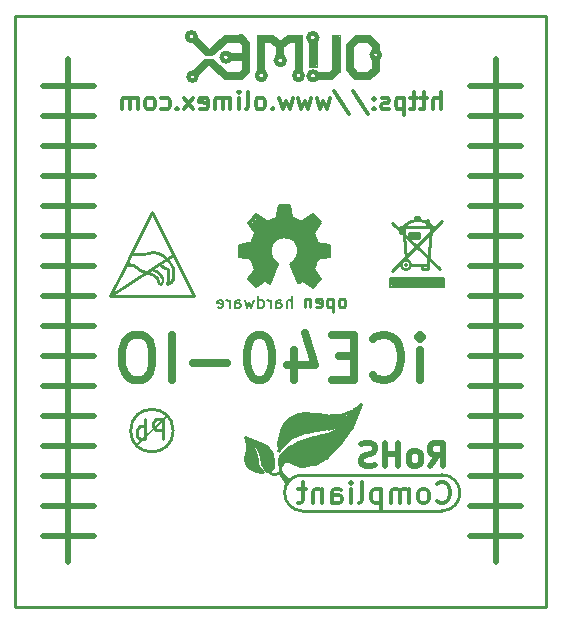
<source format=gbr>
G04 #@! TF.FileFunction,Legend,Bot*
%FSLAX46Y46*%
G04 Gerber Fmt 4.6, Leading zero omitted, Abs format (unit mm)*
G04 Created by KiCad (PCBNEW 4.0.1-3.201512221401+6198~38~ubuntu15.10.1-stable) date Thu 31 Mar 2016 02:37:57 PM EEST*
%MOMM*%
G01*
G04 APERTURE LIST*
%ADD10C,0.100000*%
%ADD11C,0.635000*%
%ADD12C,0.508000*%
%ADD13C,0.300000*%
%ADD14C,0.254000*%
%ADD15C,1.000000*%
%ADD16C,0.150000*%
%ADD17C,0.370000*%
%ADD18C,0.380000*%
%ADD19C,0.400000*%
%ADD20C,0.420000*%
%ADD21C,0.700000*%
%ADD22C,0.500000*%
%ADD23C,0.200000*%
%ADD24C,0.127000*%
%ADD25C,0.180000*%
%ADD26C,0.350000*%
G04 APERTURE END LIST*
D10*
D11*
X159330571Y-100783571D02*
X159330571Y-98243571D01*
X159330571Y-96973571D02*
X159512000Y-97155000D01*
X159330571Y-97336429D01*
X159149143Y-97155000D01*
X159330571Y-96973571D01*
X159330571Y-97336429D01*
X155339142Y-100420714D02*
X155520571Y-100602143D01*
X156064857Y-100783571D01*
X156427714Y-100783571D01*
X156971999Y-100602143D01*
X157334857Y-100239286D01*
X157516285Y-99876429D01*
X157697714Y-99150714D01*
X157697714Y-98606429D01*
X157516285Y-97880714D01*
X157334857Y-97517857D01*
X156971999Y-97155000D01*
X156427714Y-96973571D01*
X156064857Y-96973571D01*
X155520571Y-97155000D01*
X155339142Y-97336429D01*
X153706285Y-98787857D02*
X152436285Y-98787857D01*
X151891999Y-100783571D02*
X153706285Y-100783571D01*
X153706285Y-96973571D01*
X151891999Y-96973571D01*
X148626285Y-98243571D02*
X148626285Y-100783571D01*
X149533428Y-96792143D02*
X150440571Y-99513571D01*
X148081999Y-99513571D01*
X145904857Y-96973571D02*
X145542000Y-96973571D01*
X145179143Y-97155000D01*
X144997714Y-97336429D01*
X144816285Y-97699286D01*
X144634857Y-98425000D01*
X144634857Y-99332143D01*
X144816285Y-100057857D01*
X144997714Y-100420714D01*
X145179143Y-100602143D01*
X145542000Y-100783571D01*
X145904857Y-100783571D01*
X146267714Y-100602143D01*
X146449143Y-100420714D01*
X146630571Y-100057857D01*
X146812000Y-99332143D01*
X146812000Y-98425000D01*
X146630571Y-97699286D01*
X146449143Y-97336429D01*
X146267714Y-97155000D01*
X145904857Y-96973571D01*
X143002000Y-99332143D02*
X140099143Y-99332143D01*
X138284857Y-100783571D02*
X138284857Y-96973571D01*
X135744857Y-96973571D02*
X135019143Y-96973571D01*
X134656285Y-97155000D01*
X134293428Y-97517857D01*
X134112000Y-98243571D01*
X134112000Y-99513571D01*
X134293428Y-100239286D01*
X134656285Y-100602143D01*
X135019143Y-100783571D01*
X135744857Y-100783571D01*
X136107714Y-100602143D01*
X136470571Y-100239286D01*
X136652000Y-99513571D01*
X136652000Y-98243571D01*
X136470571Y-97517857D01*
X136107714Y-97155000D01*
X135744857Y-96973571D01*
D12*
X163576000Y-75946000D02*
X167894000Y-75946000D01*
X163576000Y-78486000D02*
X167894000Y-78486000D01*
X163576000Y-81026000D02*
X167894000Y-81026000D01*
X163576000Y-83566000D02*
X167894000Y-83566000D01*
X163576000Y-86106000D02*
X167894000Y-86106000D01*
X163576000Y-88646000D02*
X167894000Y-88646000D01*
X163576000Y-91186000D02*
X167894000Y-91186000D01*
X163576000Y-93726000D02*
X167894000Y-93726000D01*
X163576000Y-96266000D02*
X167894000Y-96266000D01*
X163576000Y-98806000D02*
X167894000Y-98806000D01*
X163576000Y-101346000D02*
X167894000Y-101346000D01*
X163576000Y-103886000D02*
X167894000Y-103886000D01*
X163576000Y-106426000D02*
X167894000Y-106426000D01*
X163576000Y-108966000D02*
X167894000Y-108966000D01*
X163576000Y-111506000D02*
X167894000Y-111506000D01*
X163576000Y-114046000D02*
X167894000Y-114046000D01*
X127381000Y-75946000D02*
X131699000Y-75946000D01*
X127381000Y-78486000D02*
X131699000Y-78486000D01*
X127381000Y-81026000D02*
X131699000Y-81026000D01*
X127381000Y-83566000D02*
X131699000Y-83566000D01*
X127381000Y-86106000D02*
X131699000Y-86106000D01*
X127381000Y-88646000D02*
X131699000Y-88646000D01*
X127381000Y-91186000D02*
X131699000Y-91186000D01*
X127381000Y-93726000D02*
X131699000Y-93726000D01*
X127381000Y-96266000D02*
X131699000Y-96266000D01*
X127381000Y-98806000D02*
X131699000Y-98806000D01*
X127381000Y-101346000D02*
X131699000Y-101346000D01*
X127381000Y-103886000D02*
X131699000Y-103886000D01*
X127381000Y-106426000D02*
X131699000Y-106426000D01*
X127381000Y-108966000D02*
X131699000Y-108966000D01*
X127381000Y-111506000D02*
X131699000Y-111506000D01*
X127381000Y-114046000D02*
X131699000Y-114046000D01*
X165735000Y-116205000D02*
X165735000Y-73660000D01*
X129540000Y-116205000D02*
X129540000Y-73660000D01*
D13*
X161038287Y-77894571D02*
X161038287Y-76394571D01*
X160395430Y-77894571D02*
X160395430Y-77108857D01*
X160466859Y-76966000D01*
X160609716Y-76894571D01*
X160824001Y-76894571D01*
X160966859Y-76966000D01*
X161038287Y-77037429D01*
X159895430Y-76894571D02*
X159324001Y-76894571D01*
X159681144Y-76394571D02*
X159681144Y-77680286D01*
X159609716Y-77823143D01*
X159466858Y-77894571D01*
X159324001Y-77894571D01*
X159038287Y-76894571D02*
X158466858Y-76894571D01*
X158824001Y-76394571D02*
X158824001Y-77680286D01*
X158752573Y-77823143D01*
X158609715Y-77894571D01*
X158466858Y-77894571D01*
X157966858Y-76894571D02*
X157966858Y-78394571D01*
X157966858Y-76966000D02*
X157824001Y-76894571D01*
X157538287Y-76894571D01*
X157395430Y-76966000D01*
X157324001Y-77037429D01*
X157252572Y-77180286D01*
X157252572Y-77608857D01*
X157324001Y-77751714D01*
X157395430Y-77823143D01*
X157538287Y-77894571D01*
X157824001Y-77894571D01*
X157966858Y-77823143D01*
X156681144Y-77823143D02*
X156538287Y-77894571D01*
X156252572Y-77894571D01*
X156109715Y-77823143D01*
X156038287Y-77680286D01*
X156038287Y-77608857D01*
X156109715Y-77466000D01*
X156252572Y-77394571D01*
X156466858Y-77394571D01*
X156609715Y-77323143D01*
X156681144Y-77180286D01*
X156681144Y-77108857D01*
X156609715Y-76966000D01*
X156466858Y-76894571D01*
X156252572Y-76894571D01*
X156109715Y-76966000D01*
X155395429Y-77751714D02*
X155324001Y-77823143D01*
X155395429Y-77894571D01*
X155466858Y-77823143D01*
X155395429Y-77751714D01*
X155395429Y-77894571D01*
X155395429Y-76966000D02*
X155324001Y-77037429D01*
X155395429Y-77108857D01*
X155466858Y-77037429D01*
X155395429Y-76966000D01*
X155395429Y-77108857D01*
X153609715Y-76323143D02*
X154895429Y-78251714D01*
X152038286Y-76323143D02*
X153324000Y-78251714D01*
X151681142Y-76894571D02*
X151395428Y-77894571D01*
X151109714Y-77180286D01*
X150823999Y-77894571D01*
X150538285Y-76894571D01*
X150109713Y-76894571D02*
X149823999Y-77894571D01*
X149538285Y-77180286D01*
X149252570Y-77894571D01*
X148966856Y-76894571D01*
X148538284Y-76894571D02*
X148252570Y-77894571D01*
X147966856Y-77180286D01*
X147681141Y-77894571D01*
X147395427Y-76894571D01*
X146823998Y-77751714D02*
X146752570Y-77823143D01*
X146823998Y-77894571D01*
X146895427Y-77823143D01*
X146823998Y-77751714D01*
X146823998Y-77894571D01*
X145895426Y-77894571D02*
X146038284Y-77823143D01*
X146109712Y-77751714D01*
X146181141Y-77608857D01*
X146181141Y-77180286D01*
X146109712Y-77037429D01*
X146038284Y-76966000D01*
X145895426Y-76894571D01*
X145681141Y-76894571D01*
X145538284Y-76966000D01*
X145466855Y-77037429D01*
X145395426Y-77180286D01*
X145395426Y-77608857D01*
X145466855Y-77751714D01*
X145538284Y-77823143D01*
X145681141Y-77894571D01*
X145895426Y-77894571D01*
X144538283Y-77894571D02*
X144681141Y-77823143D01*
X144752569Y-77680286D01*
X144752569Y-76394571D01*
X143966855Y-77894571D02*
X143966855Y-76894571D01*
X143966855Y-76394571D02*
X144038284Y-76466000D01*
X143966855Y-76537429D01*
X143895427Y-76466000D01*
X143966855Y-76394571D01*
X143966855Y-76537429D01*
X143252569Y-77894571D02*
X143252569Y-76894571D01*
X143252569Y-77037429D02*
X143181141Y-76966000D01*
X143038283Y-76894571D01*
X142823998Y-76894571D01*
X142681141Y-76966000D01*
X142609712Y-77108857D01*
X142609712Y-77894571D01*
X142609712Y-77108857D02*
X142538283Y-76966000D01*
X142395426Y-76894571D01*
X142181141Y-76894571D01*
X142038283Y-76966000D01*
X141966855Y-77108857D01*
X141966855Y-77894571D01*
X140681141Y-77823143D02*
X140823998Y-77894571D01*
X141109712Y-77894571D01*
X141252569Y-77823143D01*
X141323998Y-77680286D01*
X141323998Y-77108857D01*
X141252569Y-76966000D01*
X141109712Y-76894571D01*
X140823998Y-76894571D01*
X140681141Y-76966000D01*
X140609712Y-77108857D01*
X140609712Y-77251714D01*
X141323998Y-77394571D01*
X140109712Y-77894571D02*
X139323998Y-76894571D01*
X140109712Y-76894571D02*
X139323998Y-77894571D01*
X138752569Y-77751714D02*
X138681141Y-77823143D01*
X138752569Y-77894571D01*
X138823998Y-77823143D01*
X138752569Y-77751714D01*
X138752569Y-77894571D01*
X137395426Y-77823143D02*
X137538283Y-77894571D01*
X137823997Y-77894571D01*
X137966855Y-77823143D01*
X138038283Y-77751714D01*
X138109712Y-77608857D01*
X138109712Y-77180286D01*
X138038283Y-77037429D01*
X137966855Y-76966000D01*
X137823997Y-76894571D01*
X137538283Y-76894571D01*
X137395426Y-76966000D01*
X136538283Y-77894571D02*
X136681141Y-77823143D01*
X136752569Y-77751714D01*
X136823998Y-77608857D01*
X136823998Y-77180286D01*
X136752569Y-77037429D01*
X136681141Y-76966000D01*
X136538283Y-76894571D01*
X136323998Y-76894571D01*
X136181141Y-76966000D01*
X136109712Y-77037429D01*
X136038283Y-77180286D01*
X136038283Y-77608857D01*
X136109712Y-77751714D01*
X136181141Y-77823143D01*
X136323998Y-77894571D01*
X136538283Y-77894571D01*
X135395426Y-77894571D02*
X135395426Y-76894571D01*
X135395426Y-77037429D02*
X135323998Y-76966000D01*
X135181140Y-76894571D01*
X134966855Y-76894571D01*
X134823998Y-76966000D01*
X134752569Y-77108857D01*
X134752569Y-77894571D01*
X134752569Y-77108857D02*
X134681140Y-76966000D01*
X134538283Y-76894571D01*
X134323998Y-76894571D01*
X134181140Y-76966000D01*
X134109712Y-77108857D01*
X134109712Y-77894571D01*
D14*
X125000000Y-120000000D02*
X125000000Y-70000000D01*
X170000000Y-120000000D02*
X125000000Y-120000000D01*
X170000000Y-70000000D02*
X170000000Y-120000000D01*
X125000000Y-70000000D02*
X170000000Y-70000000D01*
D15*
X146664680Y-91046300D02*
X146331940Y-91777820D01*
X146664680Y-91137740D02*
X145483580Y-92151200D01*
X146550380Y-91000580D02*
X145933160Y-91328240D01*
X146230340Y-90581480D02*
X145620740Y-90688160D01*
X145394680Y-89423240D02*
X146116040Y-89570560D01*
X145635980Y-88729820D02*
X146291300Y-89095580D01*
X146504660Y-87861140D02*
X146923760Y-88447880D01*
X147091400Y-87609680D02*
X147312380Y-88295480D01*
X148356320Y-87594440D02*
X148188680Y-88204040D01*
X148790660Y-87853520D02*
X148615400Y-88211660D01*
X149788880Y-88630760D02*
X149331680Y-88920320D01*
X149964140Y-89110820D02*
X149522180Y-89270840D01*
X150289260Y-90355420D02*
X149583140Y-90228420D01*
X150040340Y-91000580D02*
X149476460Y-90520520D01*
X149374860Y-91899740D02*
X149009100Y-91137740D01*
X144584420Y-89847420D02*
X146052540Y-89933780D01*
X145575020Y-87663020D02*
X146687540Y-88729820D01*
X147840700Y-86606380D02*
X147835620Y-88120220D01*
X150101300Y-87581740D02*
X149039580Y-88689180D01*
X151086820Y-89867740D02*
X149669500Y-89806780D01*
X150050500Y-92072460D02*
X149197060Y-91051380D01*
D16*
X149034500Y-90642440D02*
X148727160Y-90909140D01*
X149364700Y-87729060D02*
X148381720Y-87236300D01*
X147185380Y-91234260D02*
X147307300Y-90949780D01*
X147048220Y-90779600D02*
X147302220Y-90944700D01*
X148549360Y-90777060D02*
X148323300Y-90952320D01*
X148917660Y-90662760D02*
X148658580Y-91000580D01*
X149141180Y-90441780D02*
X149047200Y-90611960D01*
X149141180Y-90441780D02*
X149047200Y-90611960D01*
X149278340Y-89588340D02*
X149146260Y-90411300D01*
X148854160Y-88851740D02*
X149273260Y-89583260D01*
X147982940Y-88422480D02*
X148854160Y-88851740D01*
X147167600Y-88590120D02*
X147982940Y-88430100D01*
X146657060Y-89019380D02*
X147167600Y-88590120D01*
X146423380Y-89692480D02*
X146657060Y-89019380D01*
X146428460Y-90197940D02*
X146428460Y-89679780D01*
X146804380Y-90909140D02*
X146428460Y-90197940D01*
X146982180Y-91031060D02*
X146804380Y-90909140D01*
X150253700Y-87010240D02*
X149369780Y-87731600D01*
X150009860Y-88364060D02*
X150611840Y-87454740D01*
X150014940Y-88358980D02*
X150401020Y-89357200D01*
X151544020Y-89626440D02*
X150428960Y-89380060D01*
X151401780Y-89570560D02*
X151401780Y-90220800D01*
X147025360Y-90972640D02*
X146497040Y-92354400D01*
X146634200Y-92651580D02*
X147020280Y-91671140D01*
X146105880Y-92323920D02*
X146634200Y-92651580D01*
X145422620Y-92656660D02*
X146243040Y-92128340D01*
X146286220Y-92351860D02*
X145409920Y-92971620D01*
X145399760Y-92966540D02*
X144716500Y-92275660D01*
X145003520Y-92191840D02*
X145488660Y-92722700D01*
X144970500Y-90556080D02*
X145351500Y-91536520D01*
X145074640Y-90589100D02*
X143951960Y-90378280D01*
X143936720Y-89400380D02*
X143939260Y-90357960D01*
X144020540Y-90142060D02*
X145127980Y-90365580D01*
X145323560Y-88371680D02*
X144957800Y-89240360D01*
X144708880Y-87490300D02*
X145412460Y-88480900D01*
X145407380Y-86791800D02*
X144713960Y-87482680D01*
X146423380Y-87467440D02*
X145412460Y-86794340D01*
X147109180Y-87081360D02*
X146304000Y-87419180D01*
X147325080Y-85991700D02*
X147099020Y-87162640D01*
X148290280Y-85991700D02*
X147325080Y-85991700D01*
X148300440Y-85999320D02*
X148501100Y-87025480D01*
X149288500Y-87393780D02*
X148384260Y-87015320D01*
X150223220Y-86746080D02*
X149252940Y-87462360D01*
X150909020Y-87462360D02*
X150235920Y-86748620D01*
X150888700Y-87497920D02*
X150294340Y-88351360D01*
X150627080Y-89181940D02*
X150291800Y-88348820D01*
X151696420Y-89380060D02*
X150525480Y-89176860D01*
X151693880Y-89382600D02*
X151693880Y-90368120D01*
X151693880Y-90375740D02*
X150622000Y-90571320D01*
X150931880Y-92283280D02*
X150334980Y-91419680D01*
X150202900Y-92979240D02*
X150924260Y-92285820D01*
X149369780Y-92407740D02*
X150195280Y-92971620D01*
X149357080Y-92417900D02*
X149011640Y-92638880D01*
X148973540Y-92621100D02*
X148323300Y-90952320D01*
D17*
X145407380Y-92811600D02*
X144853660Y-92265500D01*
X145473420Y-91371420D02*
X144853660Y-92257880D01*
X148729700Y-88973660D02*
G75*
G02X148653500Y-90827860I-965200J-889000D01*
G01*
X146778980Y-89146380D02*
G75*
G02X148704300Y-88948260I1061720J-863600D01*
G01*
X147159980Y-90995500D02*
G75*
G02X146789140Y-89131140I746760J1117600D01*
G01*
X146596100Y-92438220D02*
X147170140Y-90998040D01*
X146258280Y-92252800D02*
X146596100Y-92438220D01*
X145422620Y-92819220D02*
X146258280Y-92252800D01*
X145067020Y-90459560D02*
X145473420Y-91371420D01*
X144053560Y-90289380D02*
X145067020Y-90459560D01*
X144053560Y-89453720D02*
X144053560Y-90289380D01*
X145135600Y-89225120D02*
X144053560Y-89453720D01*
X145475960Y-88287860D02*
X145135600Y-89225120D01*
X144858740Y-87497920D02*
X145475960Y-88287860D01*
X145412460Y-86949280D02*
X144858740Y-87495380D01*
X146316700Y-87581740D02*
X145412460Y-86947300D01*
X147231100Y-87137240D02*
X146329400Y-87586820D01*
X147444460Y-86118700D02*
X147231100Y-87137240D01*
X148211540Y-86098380D02*
X147426680Y-86098380D01*
X148203920Y-86111080D02*
X148409660Y-87124540D01*
X149308820Y-87551260D02*
X148463000Y-87144860D01*
X150197820Y-86908640D02*
X149369780Y-87561420D01*
D18*
X150746460Y-87467440D02*
X150246080Y-86934040D01*
D17*
X150736300Y-87490300D02*
X150180040Y-88341200D01*
X150507700Y-89258140D02*
X150159720Y-88392000D01*
X151556720Y-89474040D02*
X150538180Y-89293700D01*
D18*
X151544020Y-89486740D02*
X151549100Y-90274140D01*
D17*
X151554180Y-90263980D02*
X150604220Y-90482420D01*
X150576280Y-90505280D02*
X150218140Y-91389200D01*
X150751540Y-92265500D02*
X150218140Y-91432380D01*
D18*
X150766780Y-92265500D02*
X150202900Y-92803980D01*
D19*
X150190200Y-92803980D02*
X149410420Y-92273120D01*
D17*
X149400260Y-92255340D02*
X149082760Y-92461080D01*
D20*
X149054820Y-92440760D02*
X148503640Y-91018360D01*
D10*
X144157700Y-71577200D02*
X142786100Y-71577200D01*
X142786100Y-71577200D02*
X142735300Y-71577200D01*
X142735300Y-71577200D02*
X141478000Y-72821800D01*
X145681700Y-71691500D02*
X145580100Y-71691500D01*
X145529300Y-71628000D02*
X145529300Y-71615300D01*
X145529300Y-71615300D02*
X146824700Y-71615300D01*
X146824700Y-71615300D02*
X146850100Y-71615300D01*
X146850100Y-71615300D02*
X147472400Y-72110600D01*
X145529300Y-74637900D02*
X145529300Y-71628000D01*
X149186900Y-71678800D02*
X149263100Y-71678800D01*
X149339300Y-71615300D02*
X148094700Y-71615300D01*
X148094700Y-71615300D02*
X147510500Y-72097900D01*
X149339300Y-74612500D02*
X149339300Y-71628000D01*
X150075900Y-74206100D02*
X149987000Y-74206100D01*
X150418800Y-74206100D02*
X150482300Y-74206100D01*
X150558500Y-74269600D02*
X149948900Y-74269600D01*
X149948900Y-74269600D02*
X149923500Y-74269600D01*
X149923500Y-74269600D02*
X149923500Y-72250300D01*
X150558500Y-72250300D02*
X150558500Y-74269600D01*
X152057100Y-71640700D02*
X151942800Y-71640700D01*
X152184100Y-71564500D02*
X151879300Y-71564500D01*
X151879300Y-71564500D02*
X151879300Y-74599800D01*
X152361900Y-71653400D02*
X152425400Y-71640700D01*
X152476200Y-71564500D02*
X152488900Y-71564500D01*
X152488900Y-71564500D02*
X152501600Y-71564500D01*
X152501600Y-71564500D02*
X152501600Y-74714100D01*
X152196800Y-71564500D02*
X152476200Y-71564500D01*
D21*
X152196800Y-74637900D02*
X152196800Y-71907400D01*
X145859500Y-71920100D02*
X145859500Y-74523600D01*
X153974800Y-71907400D02*
X154978100Y-71907400D01*
X153352500Y-72517000D02*
X153352500Y-74447400D01*
X155575000Y-72555100D02*
X155575000Y-72796400D01*
X155575000Y-74523600D02*
X154990800Y-75095100D01*
X155562300Y-74536300D02*
X155562300Y-73774300D01*
X155003500Y-75095100D02*
X153962100Y-75095100D01*
D19*
X143234659Y-73482200D02*
G75*
G03X143234659Y-73482200I-359659J0D01*
G01*
D21*
X143383000Y-73482200D02*
X144602200Y-73482200D01*
D19*
X140300735Y-71742300D02*
G75*
G03X140300735Y-71742300I-359435J0D01*
G01*
D21*
X140309600Y-72097900D02*
X141173200Y-72991600D01*
D22*
X141732000Y-73088500D02*
X141173200Y-73088500D01*
D21*
X142849600Y-71907400D02*
X141757400Y-72974200D01*
X144071500Y-71907400D02*
X142849600Y-71907400D01*
X144602200Y-72390000D02*
X144119600Y-71882000D01*
X144602200Y-72415400D02*
X144602200Y-74650600D01*
X144602200Y-74650600D02*
X144170400Y-75082400D01*
X144170400Y-75082400D02*
X142849600Y-75082400D01*
X142849600Y-75082400D02*
X141706600Y-73964800D01*
D22*
X141706600Y-73863200D02*
X141173200Y-73863200D01*
D21*
X140360400Y-74777600D02*
X141198600Y-73964800D01*
D19*
X140359666Y-75133200D02*
G75*
G03X140359666Y-75133200I-329466J0D01*
G01*
X146222729Y-75044300D02*
G75*
G03X146222729Y-75044300I-363229J0D01*
G01*
D21*
X146761200Y-71932800D02*
X145872200Y-71932800D01*
D19*
X147843318Y-73761600D02*
G75*
G03X147843318Y-73761600I-370918J0D01*
G01*
D21*
X147396200Y-72440800D02*
X146761200Y-71932800D01*
X147472400Y-73228200D02*
X147472400Y-72517000D01*
X148183600Y-71932800D02*
X147574000Y-72440800D01*
X149021800Y-71932800D02*
X148183600Y-71932800D01*
X149021800Y-74523600D02*
X149021800Y-71932800D01*
D19*
X149368759Y-75031600D02*
G75*
G03X149368759Y-75031600I-359659J0D01*
G01*
X150601818Y-71831200D02*
G75*
G03X150601818Y-71831200I-373518J0D01*
G01*
D21*
X150241000Y-72364600D02*
X150241000Y-73964800D01*
D19*
X150607324Y-75057000D02*
G75*
G03X150607324Y-75057000I-366324J0D01*
G01*
D21*
X150753800Y-75082400D02*
X151739600Y-75082400D01*
X151739600Y-75082400D02*
X152196800Y-74625200D01*
X153365200Y-74485500D02*
X153924000Y-75069700D01*
X153974800Y-71920100D02*
X153339800Y-72529700D01*
X155575000Y-72504300D02*
X155067000Y-71996300D01*
D19*
X155899747Y-73279000D02*
G75*
G03X155899747Y-73279000I-337447J0D01*
G01*
D23*
X137761980Y-103931720D02*
X135328660Y-106352340D01*
D14*
X138403437Y-105095040D02*
G75*
G03X138403437Y-105095040I-1802237J0D01*
G01*
X149352000Y-108839000D02*
X161163000Y-108839000D01*
X161163000Y-111887000D02*
X149352000Y-111887000D01*
X148496020Y-107856020D02*
X148442680Y-107802680D01*
X147723860Y-107802680D02*
X147447000Y-108077000D01*
X154305000Y-102870000D02*
X153438860Y-104985820D01*
X151455120Y-107373420D02*
X151419560Y-107408980D01*
X149550120Y-108077000D02*
X149034500Y-108077000D01*
X154305000Y-102870000D02*
X153443940Y-103489760D01*
X151726900Y-103827580D02*
X149578060Y-103632000D01*
X147528280Y-105148380D02*
X147380960Y-105747820D01*
X147322540Y-106426000D02*
X147322540Y-106807000D01*
X147424140Y-108031280D02*
X147447000Y-108077000D01*
X148082000Y-109347000D02*
X147896580Y-109161580D01*
X152910540Y-104521000D02*
X152628600Y-104868980D01*
X150601680Y-105620820D02*
X150291800Y-105681780D01*
X147736560Y-106951780D02*
X147566380Y-107139740D01*
X147322540Y-106807000D02*
X147325080Y-106804460D01*
X148381720Y-105732580D02*
X148389340Y-105727500D01*
X149656800Y-105224580D02*
X150174960Y-105150920D01*
X151523700Y-104935020D02*
X152910540Y-104521000D01*
X148082000Y-109474000D02*
X147574000Y-108712000D01*
X147447000Y-108249720D02*
X147447000Y-108204000D01*
X148209000Y-109347000D02*
X147718780Y-108856780D01*
X147447000Y-108585000D02*
X147342860Y-108691680D01*
X146692620Y-108719620D02*
X146558000Y-108585000D01*
X146558000Y-108585000D02*
X146855180Y-108165900D01*
X146738340Y-106964480D02*
X146685000Y-106870500D01*
X145963640Y-106225340D02*
X145542000Y-106045000D01*
X145542000Y-106045000D02*
X144526000Y-105664000D01*
X144526000Y-105664000D02*
X144660620Y-106202480D01*
X144840960Y-108264960D02*
X144863820Y-108287820D01*
X145643600Y-108585000D02*
X145999200Y-108585000D01*
X146545300Y-108585000D02*
X146558000Y-108585000D01*
X145465800Y-107393740D02*
X145491200Y-107784900D01*
X153924000Y-103378000D02*
X152910540Y-104015540D01*
D12*
X152910540Y-104015540D02*
X151765000Y-104015540D01*
X151765000Y-104015540D02*
X150749000Y-103886000D01*
X150749000Y-103886000D02*
X149098000Y-103886000D01*
X149098000Y-103886000D02*
X148463000Y-104267000D01*
X148463000Y-104267000D02*
X147955000Y-104775000D01*
X147955000Y-104775000D02*
X147701000Y-105283000D01*
X147701000Y-105283000D02*
X147574000Y-106299000D01*
X147574000Y-106299000D02*
X148082000Y-105664000D01*
X148082000Y-105664000D02*
X148717000Y-105283000D01*
X148717000Y-105283000D02*
X148463000Y-104775000D01*
X148463000Y-104775000D02*
X148082000Y-105283000D01*
X148844000Y-105283000D02*
X149479000Y-104902000D01*
X149479000Y-104902000D02*
X149987000Y-104902000D01*
X149987000Y-104902000D02*
X150114000Y-104902000D01*
X150114000Y-104902000D02*
X151257000Y-104775000D01*
X151257000Y-104775000D02*
X152527000Y-104394000D01*
X152527000Y-104394000D02*
X153035000Y-104267000D01*
X153035000Y-104267000D02*
X148463000Y-104267000D01*
X148463000Y-104267000D02*
X148463000Y-104521000D01*
X148463000Y-104775000D02*
X148463000Y-104521000D01*
X148463000Y-104521000D02*
X153416000Y-104444800D01*
X148336000Y-104902000D02*
X149987000Y-104902000D01*
X153924000Y-103378000D02*
X153416000Y-104267000D01*
X153416000Y-104267000D02*
X153289000Y-104775000D01*
X153289000Y-104775000D02*
X152910540Y-105283000D01*
X152910540Y-105283000D02*
X152910540Y-104902000D01*
X152910540Y-104902000D02*
X153289000Y-104015540D01*
X152781000Y-105410000D02*
X152400000Y-105918000D01*
X152400000Y-105918000D02*
X152146000Y-106299000D01*
X152146000Y-106299000D02*
X151257000Y-107188000D01*
X151257000Y-107188000D02*
X150749000Y-107569000D01*
X150749000Y-107569000D02*
X149860000Y-107823000D01*
X149860000Y-107823000D02*
X148971000Y-107823000D01*
X148971000Y-107823000D02*
X148209000Y-107315000D01*
X148209000Y-107315000D02*
X147828000Y-107442000D01*
X147828000Y-107442000D02*
X147574000Y-107696000D01*
X147574000Y-107696000D02*
X147828000Y-107188000D01*
X147828000Y-107188000D02*
X148336000Y-106680000D01*
X148336000Y-106680000D02*
X149021800Y-106273600D01*
X149021800Y-106273600D02*
X150418800Y-105791000D01*
X150418800Y-105791000D02*
X151028400Y-105791000D01*
X151028400Y-105791000D02*
X151765000Y-105537000D01*
X151765000Y-105537000D02*
X152527000Y-105156000D01*
X152400000Y-105537000D02*
X151638000Y-106172000D01*
X151638000Y-106172000D02*
X151511000Y-106045000D01*
X151511000Y-106045000D02*
X151384000Y-106045000D01*
X151384000Y-106045000D02*
X150241000Y-106172000D01*
X150241000Y-106172000D02*
X149225000Y-106426000D01*
X149225000Y-106426000D02*
X148590000Y-106934000D01*
X148590000Y-106934000D02*
X148463000Y-107061000D01*
X148463000Y-107061000D02*
X148590000Y-107315000D01*
X148590000Y-107315000D02*
X148844000Y-107315000D01*
X148844000Y-107315000D02*
X149225000Y-107442000D01*
X149225000Y-107442000D02*
X149860000Y-107442000D01*
X149860000Y-107442000D02*
X150241000Y-107315000D01*
X150241000Y-107315000D02*
X150749000Y-107188000D01*
X150749000Y-107188000D02*
X151384000Y-106680000D01*
X151384000Y-106680000D02*
X151511000Y-106553000D01*
X151511000Y-106553000D02*
X151384000Y-106426000D01*
X151384000Y-106426000D02*
X150876000Y-106426000D01*
X150876000Y-106426000D02*
X149860000Y-106680000D01*
X149860000Y-106680000D02*
X149606000Y-106680000D01*
X149606000Y-106680000D02*
X149098000Y-106934000D01*
X149098000Y-106934000D02*
X149098000Y-107061000D01*
X149098000Y-107061000D02*
X149225000Y-107188000D01*
X149225000Y-107188000D02*
X149606000Y-107061000D01*
X149606000Y-107061000D02*
X150876000Y-106807000D01*
D14*
X146255740Y-108460540D02*
X146283680Y-108488480D01*
X145872200Y-107391200D02*
X145872200Y-107383580D01*
X146812000Y-107845860D02*
X146812000Y-107823000D01*
X146812000Y-107823000D02*
X146812000Y-107569000D01*
X146812000Y-107569000D02*
X146685000Y-107569000D01*
X146685000Y-107569000D02*
X146558000Y-107569000D01*
X146558000Y-107569000D02*
X146558000Y-108204000D01*
X146685000Y-107569000D02*
X146685000Y-107696000D01*
X146685000Y-107696000D02*
X146685000Y-108077000D01*
X146685000Y-108077000D02*
X146685000Y-108204000D01*
X146685000Y-108204000D02*
X146685000Y-108331000D01*
X146558000Y-107569000D02*
X146177000Y-107569000D01*
X146177000Y-107569000D02*
X145923000Y-107569000D01*
X145923000Y-107569000D02*
X146431000Y-108458000D01*
X146177000Y-107569000D02*
X146177000Y-108077000D01*
X146685000Y-107696000D02*
X146050000Y-107696000D01*
X146812000Y-107823000D02*
X146050000Y-107823000D01*
X146812000Y-107950000D02*
X146050000Y-107950000D01*
X146685000Y-108077000D02*
X146050000Y-108077000D01*
X146685000Y-108204000D02*
X146177000Y-108204000D01*
X145923000Y-107442000D02*
X146812000Y-107442000D01*
X145923000Y-107315000D02*
X146812000Y-107315000D01*
X145923000Y-107188000D02*
X146685000Y-107188000D01*
X145923000Y-107061000D02*
X146685000Y-107061000D01*
X145796000Y-106934000D02*
X146685000Y-106934000D01*
X145796000Y-106807000D02*
X146558000Y-106807000D01*
X145669000Y-106680000D02*
X146431000Y-106680000D01*
X145669000Y-106553000D02*
X146304000Y-106553000D01*
X145542000Y-106426000D02*
X146050000Y-106426000D01*
X144780000Y-106299000D02*
X144907000Y-106299000D01*
X144907000Y-106299000D02*
X145034000Y-106299000D01*
X145034000Y-106299000D02*
X145923000Y-106299000D01*
X145542000Y-106172000D02*
X144780000Y-106172000D01*
X145288000Y-106045000D02*
X144653000Y-106045000D01*
X145161000Y-105918000D02*
X144653000Y-105918000D01*
X145034000Y-106299000D02*
X145034000Y-106807000D01*
X144907000Y-106299000D02*
X144907000Y-106807000D01*
X145288000Y-106807000D02*
X144780000Y-106807000D01*
X145288000Y-106934000D02*
X144780000Y-106934000D01*
X145415000Y-107061000D02*
X144780000Y-107061000D01*
X145415000Y-107188000D02*
X144653000Y-107188000D01*
X145415000Y-107315000D02*
X144653000Y-107315000D01*
X145415000Y-107442000D02*
X144653000Y-107442000D01*
X145415000Y-107569000D02*
X144653000Y-107569000D01*
X145415000Y-107696000D02*
X144653000Y-107696000D01*
X145415000Y-107823000D02*
X144653000Y-107823000D01*
X145491200Y-107950000D02*
X144653000Y-107950000D01*
X145542000Y-108077000D02*
X144780000Y-108077000D01*
X145542000Y-108204000D02*
X144907000Y-108204000D01*
X145669000Y-108331000D02*
X145034000Y-108331000D01*
X145796000Y-108458000D02*
X145288000Y-108458000D01*
X147828000Y-110363000D02*
G75*
G02X149352000Y-108839000I1524000J0D01*
G01*
X161163000Y-108839000D02*
G75*
G02X162687000Y-110363000I0J-1524000D01*
G01*
X162687000Y-110363000D02*
G75*
G02X161163000Y-111887000I-1524000J0D01*
G01*
X149352000Y-111887000D02*
G75*
G02X147828000Y-110363000I0J1524000D01*
G01*
X149034500Y-108079066D02*
G75*
G02X148496020Y-107856020I0J761526D01*
G01*
X147723860Y-107800140D02*
G75*
G02X148442680Y-107802680I358140J-360680D01*
G01*
X153436464Y-104991447D02*
G75*
G02X151455120Y-107373420I-8344044J4925607D01*
G01*
X151415933Y-107411013D02*
G75*
G02X149550120Y-108077000I-1738813J1924813D01*
G01*
X153441952Y-103487522D02*
G75*
G02X151726900Y-103827580I-1268012J1900222D01*
G01*
X147527736Y-105144585D02*
G75*
G02X149578060Y-103632000I2144304J-760715D01*
G01*
X147320760Y-106425243D02*
G75*
G02X147380960Y-105747820I3049780J70363D01*
G01*
X147894549Y-109162559D02*
G75*
G02X147447000Y-108077000I1086611J1083019D01*
G01*
X152628541Y-104870778D02*
G75*
G02X150601680Y-105620820I-2631381J3997218D01*
G01*
X147737473Y-106951156D02*
G75*
G02X150291800Y-105681780I3654147J-4148444D01*
G01*
X147446155Y-108077069D02*
G75*
G02X147566380Y-107139740I762845J378529D01*
G01*
X147326641Y-106802765D02*
G75*
G02X148381720Y-105732580I3831299J-2722035D01*
G01*
X148393130Y-105724934D02*
G75*
G02X149656800Y-105224580I2134890J-3545866D01*
G01*
X151517379Y-104935186D02*
G75*
G02X150174960Y-105150920I-1812319J6992786D01*
G01*
X147952978Y-109474280D02*
G75*
G02X147447000Y-108249720I1228842J1224560D01*
G01*
X147715258Y-108856710D02*
G75*
G02X147447000Y-108204000I653762J650170D01*
G01*
X147342134Y-108690954D02*
G75*
G02X146984720Y-108839000I-357414J357414D01*
G01*
X146984720Y-108840612D02*
G75*
G02X146692620Y-108719620I0J413092D01*
G01*
X146940874Y-107721901D02*
G75*
G02X146855180Y-108165900I-1195674J501D01*
G01*
X146738794Y-106966321D02*
G75*
G02X146939000Y-107721400I-1323794J-755079D01*
G01*
X145963000Y-106226511D02*
G75*
G02X146685000Y-106870500I-601340J-1400909D01*
G01*
X144661148Y-106205136D02*
G75*
G02X144597120Y-107139740I-1478808J-368184D01*
G01*
X144526283Y-107508487D02*
G75*
G02X144597120Y-107139740I992857J447D01*
G01*
X144839946Y-108265974D02*
G75*
G02X144526000Y-107508040I757934J757934D01*
G01*
X145443497Y-108561453D02*
G75*
G02X144863820Y-108287820I205183J1185493D01*
G01*
X145644927Y-108586303D02*
G75*
G02X145445480Y-108562140I-1327J824263D01*
G01*
X145111795Y-106446066D02*
G75*
G02X145465800Y-107436920I-1408755J-1061974D01*
G01*
X145993340Y-108580613D02*
G75*
G02X145491200Y-107784900I709440J1003993D01*
G01*
X146559788Y-108586791D02*
G75*
G02X146255740Y-108460540I752J431051D01*
G01*
X146282340Y-108488046D02*
G75*
G02X145872200Y-107391200I1118940J1043506D01*
G01*
X145365020Y-106352180D02*
G75*
G02X145872200Y-107383580I-991420J-1127920D01*
G01*
X146811556Y-107847371D02*
G75*
G02X146558000Y-108458000I-865696J1511D01*
G01*
D24*
X158242000Y-91059000D02*
G75*
G03X158242000Y-91059000I-127000J0D01*
G01*
D14*
X157988000Y-87757000D02*
G75*
G02X160274000Y-87757000I1143000J-1143000D01*
G01*
X159258000Y-86995000D02*
X159258000Y-87122000D01*
X159258000Y-87122000D02*
X158877000Y-87122000D01*
X158877000Y-87122000D02*
X158877000Y-86995000D01*
X158877000Y-86995000D02*
X159258000Y-86995000D01*
X159131000Y-88519000D02*
X158496000Y-88519000D01*
X159258000Y-88392000D02*
X158369000Y-88392000D01*
X158369000Y-88392000D02*
X158369000Y-88773000D01*
X158369000Y-88773000D02*
X159258000Y-88773000D01*
X159258000Y-88773000D02*
X159258000Y-88392000D01*
X157861000Y-88392000D02*
X157861000Y-88011000D01*
X157861000Y-88011000D02*
X157734000Y-88011000D01*
X157734000Y-88011000D02*
X157734000Y-88392000D01*
X157861000Y-88011000D02*
X157861000Y-88138000D01*
X157861000Y-87884000D02*
X157734000Y-88265000D01*
X157861000Y-88011000D02*
X157861000Y-88138000D01*
X157988000Y-87884000D02*
X157988000Y-88392000D01*
X157988000Y-88392000D02*
X157607000Y-88392000D01*
X157607000Y-88392000D02*
X157607000Y-87884000D01*
X160020000Y-87757000D02*
X160020000Y-87249000D01*
X160020000Y-87249000D02*
X159893000Y-87249000D01*
X159893000Y-87249000D02*
X159893000Y-87757000D01*
X158516609Y-91059000D02*
G75*
G03X158516609Y-91059000I-401609J0D01*
G01*
X158115000Y-90551000D02*
X157988000Y-88519000D01*
X160020000Y-91059000D02*
X160020000Y-91440000D01*
X160020000Y-91440000D02*
X159512000Y-91440000D01*
X159512000Y-91440000D02*
X159512000Y-91186000D01*
X160528000Y-87884000D02*
X157607000Y-87884000D01*
X160020000Y-91059000D02*
X160274000Y-88011000D01*
X160020000Y-91059000D02*
X158623000Y-91059000D01*
X161036000Y-91440000D02*
X156972000Y-87503000D01*
X161163000Y-87376000D02*
X156972000Y-91567000D01*
D16*
X161318200Y-92812400D02*
X156898600Y-92812400D01*
X156898600Y-92710800D02*
X161267400Y-92710800D01*
X161318200Y-92507600D02*
X156847800Y-92507600D01*
X161318200Y-92355200D02*
X156898600Y-92355200D01*
X156847800Y-92609200D02*
X161267400Y-92609200D01*
X156847800Y-92456800D02*
X161267400Y-92456800D01*
X161318200Y-92304400D02*
X156847800Y-92304400D01*
X156847800Y-92202800D02*
X161267400Y-92202800D01*
X156797000Y-92914000D02*
X161369000Y-92914000D01*
X161369000Y-92914000D02*
X161369000Y-92152000D01*
X161369000Y-92152000D02*
X156797000Y-92152000D01*
X156797000Y-92152000D02*
X156797000Y-92914000D01*
D14*
X136652000Y-86614000D02*
X140208000Y-93726000D01*
X140208000Y-93726000D02*
X133096000Y-93726000D01*
X133096000Y-93726000D02*
X134429500Y-91059000D01*
X134429500Y-91059000D02*
X134874000Y-90170000D01*
X134874000Y-90170000D02*
X136652000Y-86614000D01*
X138430000Y-90233500D02*
X133096000Y-93726000D01*
X136055100Y-90170000D02*
X134874000Y-90170000D01*
X134429500Y-91059000D02*
X134747000Y-91059000D01*
X137414000Y-92646500D02*
X137261600Y-92646500D01*
X138366500Y-91249500D02*
X138366500Y-92329000D01*
X137922000Y-92646500D02*
X137922000Y-92519500D01*
X137985500Y-92456000D02*
X137985500Y-91440000D01*
X137985500Y-92456000D02*
X138049000Y-92456000D01*
X136271721Y-90106678D02*
G75*
G02X137858500Y-90614500I466639J-1274902D01*
G01*
X136270915Y-90108114D02*
G75*
G02X136055100Y-90170000I-182795J230214D01*
G01*
X134746301Y-91059474D02*
G75*
G02X135255000Y-91249500I64199J-604046D01*
G01*
X136077461Y-91695576D02*
G75*
G02X135255000Y-91249500I147819J1253796D01*
G01*
X136589708Y-91441166D02*
G75*
G02X137541000Y-92202000I-285688J-1332334D01*
G01*
X136651915Y-91885965D02*
G75*
G02X137223500Y-92646500I-284395J-808795D01*
G01*
X136212275Y-91758493D02*
G75*
G02X136652000Y-91884500I-825195J-3709947D01*
G01*
X137540967Y-92519600D02*
G75*
G02X137414000Y-92646500I-190467J63600D01*
G01*
X137540068Y-92202674D02*
G75*
G02X137541000Y-92519500I-316568J-159346D01*
G01*
X137983935Y-91441845D02*
G75*
G02X137287000Y-90995500I153965J1007685D01*
G01*
X138174549Y-90932142D02*
G75*
G02X137858500Y-90614500I478971J792622D01*
G01*
X138177048Y-90933575D02*
G75*
G02X138366500Y-91249500I-168688J-315925D01*
G01*
X138366500Y-92329000D02*
G75*
G02X137985500Y-92710000I-381000J0D01*
G01*
X137983071Y-92712545D02*
G75*
G02X137922000Y-92646500I2429J63505D01*
G01*
X137922000Y-92519500D02*
G75*
G02X137985500Y-92456000I63500J0D01*
G01*
X138049000Y-92456000D02*
G75*
G02X138176000Y-92583000I0J-127000D01*
G01*
D25*
X148458798Y-94699081D02*
X148458798Y-93699081D01*
X148030226Y-94699081D02*
X148030226Y-94175271D01*
X148077845Y-94080033D01*
X148173083Y-94032414D01*
X148315941Y-94032414D01*
X148411179Y-94080033D01*
X148458798Y-94127652D01*
X147125464Y-94699081D02*
X147125464Y-94175271D01*
X147173083Y-94080033D01*
X147268321Y-94032414D01*
X147458798Y-94032414D01*
X147554036Y-94080033D01*
X147125464Y-94651462D02*
X147220702Y-94699081D01*
X147458798Y-94699081D01*
X147554036Y-94651462D01*
X147601655Y-94556224D01*
X147601655Y-94460986D01*
X147554036Y-94365748D01*
X147458798Y-94318129D01*
X147220702Y-94318129D01*
X147125464Y-94270510D01*
X146649274Y-94699081D02*
X146649274Y-94032414D01*
X146649274Y-94222890D02*
X146601655Y-94127652D01*
X146554036Y-94080033D01*
X146458798Y-94032414D01*
X146363559Y-94032414D01*
X145601654Y-94699081D02*
X145601654Y-93699081D01*
X145601654Y-94651462D02*
X145696892Y-94699081D01*
X145887369Y-94699081D01*
X145982607Y-94651462D01*
X146030226Y-94603843D01*
X146077845Y-94508605D01*
X146077845Y-94222890D01*
X146030226Y-94127652D01*
X145982607Y-94080033D01*
X145887369Y-94032414D01*
X145696892Y-94032414D01*
X145601654Y-94080033D01*
X145220702Y-94032414D02*
X145030226Y-94699081D01*
X144839749Y-94222890D01*
X144649273Y-94699081D01*
X144458797Y-94032414D01*
X143649273Y-94699081D02*
X143649273Y-94175271D01*
X143696892Y-94080033D01*
X143792130Y-94032414D01*
X143982607Y-94032414D01*
X144077845Y-94080033D01*
X143649273Y-94651462D02*
X143744511Y-94699081D01*
X143982607Y-94699081D01*
X144077845Y-94651462D01*
X144125464Y-94556224D01*
X144125464Y-94460986D01*
X144077845Y-94365748D01*
X143982607Y-94318129D01*
X143744511Y-94318129D01*
X143649273Y-94270510D01*
X143173083Y-94699081D02*
X143173083Y-94032414D01*
X143173083Y-94222890D02*
X143125464Y-94127652D01*
X143077845Y-94080033D01*
X142982607Y-94032414D01*
X142887368Y-94032414D01*
X142173082Y-94651462D02*
X142268320Y-94699081D01*
X142458797Y-94699081D01*
X142554035Y-94651462D01*
X142601654Y-94556224D01*
X142601654Y-94175271D01*
X142554035Y-94080033D01*
X142458797Y-94032414D01*
X142268320Y-94032414D01*
X142173082Y-94080033D01*
X142125463Y-94175271D01*
X142125463Y-94270510D01*
X142601654Y-94365748D01*
D14*
X152774297Y-94652879D02*
X152879059Y-94600498D01*
X152931440Y-94548117D01*
X152983821Y-94443355D01*
X152983821Y-94129070D01*
X152931440Y-94024308D01*
X152879059Y-93971927D01*
X152774297Y-93919546D01*
X152617155Y-93919546D01*
X152512393Y-93971927D01*
X152460012Y-94024308D01*
X152407631Y-94129070D01*
X152407631Y-94443355D01*
X152460012Y-94548117D01*
X152512393Y-94600498D01*
X152617155Y-94652879D01*
X152774297Y-94652879D01*
X151936202Y-93919546D02*
X151936202Y-95019546D01*
X151936202Y-93971927D02*
X151831440Y-93919546D01*
X151621917Y-93919546D01*
X151517155Y-93971927D01*
X151464774Y-94024308D01*
X151412393Y-94129070D01*
X151412393Y-94443355D01*
X151464774Y-94548117D01*
X151517155Y-94600498D01*
X151621917Y-94652879D01*
X151831440Y-94652879D01*
X151936202Y-94600498D01*
X150521917Y-94600498D02*
X150626679Y-94652879D01*
X150836202Y-94652879D01*
X150940964Y-94600498D01*
X150993345Y-94495736D01*
X150993345Y-94076689D01*
X150940964Y-93971927D01*
X150836202Y-93919546D01*
X150626679Y-93919546D01*
X150521917Y-93971927D01*
X150469536Y-94076689D01*
X150469536Y-94181450D01*
X150993345Y-94286212D01*
X149998107Y-93919546D02*
X149998107Y-94652879D01*
X149998107Y-94024308D02*
X149945726Y-93971927D01*
X149840964Y-93919546D01*
X149683822Y-93919546D01*
X149579060Y-93971927D01*
X149526679Y-94076689D01*
X149526679Y-94652879D01*
D16*
D14*
X137555788Y-105843768D02*
X137555788Y-104143768D01*
X136984360Y-104143768D01*
X136841502Y-104224720D01*
X136770074Y-104305672D01*
X136698645Y-104467577D01*
X136698645Y-104710434D01*
X136770074Y-104872339D01*
X136841502Y-104953291D01*
X136984360Y-105034244D01*
X137555788Y-105034244D01*
X136055788Y-105843768D02*
X136055788Y-104143768D01*
X136055788Y-104791387D02*
X135912931Y-104710434D01*
X135627217Y-104710434D01*
X135484360Y-104791387D01*
X135412931Y-104872339D01*
X135341502Y-105034244D01*
X135341502Y-105519958D01*
X135412931Y-105681863D01*
X135484360Y-105762815D01*
X135627217Y-105843768D01*
X135912931Y-105843768D01*
X136055788Y-105762815D01*
D22*
X160141634Y-108113082D02*
X160808301Y-107160701D01*
X161284492Y-108113082D02*
X161284492Y-106113082D01*
X160522587Y-106113082D01*
X160332111Y-106208320D01*
X160236872Y-106303558D01*
X160141634Y-106494034D01*
X160141634Y-106779749D01*
X160236872Y-106970225D01*
X160332111Y-107065463D01*
X160522587Y-107160701D01*
X161284492Y-107160701D01*
X158998777Y-108113082D02*
X159189253Y-108017844D01*
X159284492Y-107922606D01*
X159379730Y-107732130D01*
X159379730Y-107160701D01*
X159284492Y-106970225D01*
X159189253Y-106874987D01*
X158998777Y-106779749D01*
X158713063Y-106779749D01*
X158522587Y-106874987D01*
X158427349Y-106970225D01*
X158332111Y-107160701D01*
X158332111Y-107732130D01*
X158427349Y-107922606D01*
X158522587Y-108017844D01*
X158713063Y-108113082D01*
X158998777Y-108113082D01*
X157474968Y-108113082D02*
X157474968Y-106113082D01*
X157474968Y-107065463D02*
X156332110Y-107065463D01*
X156332110Y-108113082D02*
X156332110Y-106113082D01*
X155474968Y-108017844D02*
X155189253Y-108113082D01*
X154713063Y-108113082D01*
X154522587Y-108017844D01*
X154427349Y-107922606D01*
X154332110Y-107732130D01*
X154332110Y-107541653D01*
X154427349Y-107351177D01*
X154522587Y-107255939D01*
X154713063Y-107160701D01*
X155094015Y-107065463D01*
X155284491Y-106970225D01*
X155379730Y-106874987D01*
X155474968Y-106684510D01*
X155474968Y-106494034D01*
X155379730Y-106303558D01*
X155284491Y-106208320D01*
X155094015Y-106113082D01*
X154617825Y-106113082D01*
X154332110Y-106208320D01*
D26*
X160720194Y-111048800D02*
X160804860Y-111133467D01*
X161058860Y-111218133D01*
X161228194Y-111218133D01*
X161482194Y-111133467D01*
X161651527Y-110964133D01*
X161736194Y-110794800D01*
X161820860Y-110456133D01*
X161820860Y-110202133D01*
X161736194Y-109863467D01*
X161651527Y-109694133D01*
X161482194Y-109524800D01*
X161228194Y-109440133D01*
X161058860Y-109440133D01*
X160804860Y-109524800D01*
X160720194Y-109609467D01*
X159704194Y-111218133D02*
X159873527Y-111133467D01*
X159958194Y-111048800D01*
X160042860Y-110879467D01*
X160042860Y-110371467D01*
X159958194Y-110202133D01*
X159873527Y-110117467D01*
X159704194Y-110032800D01*
X159450194Y-110032800D01*
X159280860Y-110117467D01*
X159196194Y-110202133D01*
X159111527Y-110371467D01*
X159111527Y-110879467D01*
X159196194Y-111048800D01*
X159280860Y-111133467D01*
X159450194Y-111218133D01*
X159704194Y-111218133D01*
X158349527Y-111218133D02*
X158349527Y-110032800D01*
X158349527Y-110202133D02*
X158264860Y-110117467D01*
X158095527Y-110032800D01*
X157841527Y-110032800D01*
X157672193Y-110117467D01*
X157587527Y-110286800D01*
X157587527Y-111218133D01*
X157587527Y-110286800D02*
X157502860Y-110117467D01*
X157333527Y-110032800D01*
X157079527Y-110032800D01*
X156910193Y-110117467D01*
X156825527Y-110286800D01*
X156825527Y-111218133D01*
X155978860Y-110032800D02*
X155978860Y-111810800D01*
X155978860Y-110117467D02*
X155809526Y-110032800D01*
X155470860Y-110032800D01*
X155301526Y-110117467D01*
X155216860Y-110202133D01*
X155132193Y-110371467D01*
X155132193Y-110879467D01*
X155216860Y-111048800D01*
X155301526Y-111133467D01*
X155470860Y-111218133D01*
X155809526Y-111218133D01*
X155978860Y-111133467D01*
X154116193Y-111218133D02*
X154285526Y-111133467D01*
X154370193Y-110964133D01*
X154370193Y-109440133D01*
X153438860Y-111218133D02*
X153438860Y-110032800D01*
X153438860Y-109440133D02*
X153523526Y-109524800D01*
X153438860Y-109609467D01*
X153354193Y-109524800D01*
X153438860Y-109440133D01*
X153438860Y-109609467D01*
X151830193Y-111218133D02*
X151830193Y-110286800D01*
X151914859Y-110117467D01*
X152084193Y-110032800D01*
X152422859Y-110032800D01*
X152592193Y-110117467D01*
X151830193Y-111133467D02*
X151999526Y-111218133D01*
X152422859Y-111218133D01*
X152592193Y-111133467D01*
X152676859Y-110964133D01*
X152676859Y-110794800D01*
X152592193Y-110625467D01*
X152422859Y-110540800D01*
X151999526Y-110540800D01*
X151830193Y-110456133D01*
X150983526Y-110032800D02*
X150983526Y-111218133D01*
X150983526Y-110202133D02*
X150898859Y-110117467D01*
X150729526Y-110032800D01*
X150475526Y-110032800D01*
X150306192Y-110117467D01*
X150221526Y-110286800D01*
X150221526Y-111218133D01*
X149628859Y-110032800D02*
X148951525Y-110032800D01*
X149374859Y-109440133D02*
X149374859Y-110964133D01*
X149290192Y-111133467D01*
X149120859Y-111218133D01*
X148951525Y-111218133D01*
M02*

</source>
